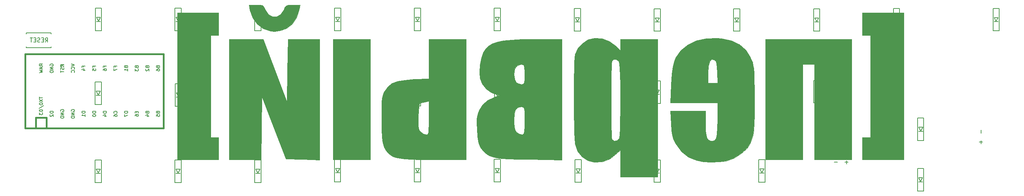
<source format=gbo>
G04 #@! TF.GenerationSoftware,KiCad,Pcbnew,(5.1.5-0-10_14)*
G04 #@! TF.CreationDate,2019-12-29T16:50:38+09:00*
G04 #@! TF.ProjectId,First_keyboard30,46697273-745f-46b6-9579-626f61726433,rev?*
G04 #@! TF.SameCoordinates,Original*
G04 #@! TF.FileFunction,Legend,Bot*
G04 #@! TF.FilePolarity,Positive*
%FSLAX46Y46*%
G04 Gerber Fmt 4.6, Leading zero omitted, Abs format (unit mm)*
G04 Created by KiCad (PCBNEW (5.1.5-0-10_14)) date 2019-12-29 16:50:38*
%MOMM*%
%LPD*%
G04 APERTURE LIST*
%ADD10C,0.010000*%
%ADD11C,0.150000*%
%ADD12C,0.381000*%
G04 APERTURE END LIST*
D10*
G36*
X83276087Y-90653125D02*
G01*
X83907178Y-92577939D01*
X84981769Y-94105990D01*
X86434205Y-95179708D01*
X88198833Y-95741523D01*
X89160000Y-95812500D01*
X90668515Y-95600087D01*
X92029601Y-95098125D01*
X93420530Y-94050499D01*
X94445830Y-92530985D01*
X95043914Y-90653125D01*
X95263170Y-89462500D01*
X93560960Y-89465729D01*
X92567717Y-89490198D01*
X92000964Y-89637140D01*
X91652211Y-90024115D01*
X91332428Y-90722325D01*
X90625122Y-91764220D01*
X89692443Y-92292169D01*
X88681959Y-92306174D01*
X87741238Y-91806233D01*
X87017848Y-90792348D01*
X86987573Y-90722325D01*
X86652700Y-89997913D01*
X86298154Y-89625365D01*
X85715446Y-89487119D01*
X84759041Y-89465729D01*
X83056831Y-89462499D01*
X83276087Y-90653125D01*
G37*
X83276087Y-90653125D02*
X83907178Y-92577939D01*
X84981769Y-94105990D01*
X86434205Y-95179708D01*
X88198833Y-95741523D01*
X89160000Y-95812500D01*
X90668515Y-95600087D01*
X92029601Y-95098125D01*
X93420530Y-94050499D01*
X94445830Y-92530985D01*
X95043914Y-90653125D01*
X95263170Y-89462500D01*
X93560960Y-89465729D01*
X92567717Y-89490198D01*
X92000964Y-89637140D01*
X91652211Y-90024115D01*
X91332428Y-90722325D01*
X90625122Y-91764220D01*
X89692443Y-92292169D01*
X88681959Y-92306174D01*
X87741238Y-91806233D01*
X87017848Y-90792348D01*
X86987573Y-90722325D01*
X86652700Y-89997913D01*
X86298154Y-89625365D01*
X85715446Y-89487119D01*
X84759041Y-89465729D01*
X83056831Y-89462499D01*
X83276087Y-90653125D01*
G36*
X65982500Y-126610000D02*
G01*
X75825000Y-126610000D01*
X75825000Y-121212500D01*
X73920000Y-121212500D01*
X73920000Y-96765000D01*
X75825000Y-96765000D01*
X75825000Y-91367500D01*
X65982500Y-91367500D01*
X65982500Y-126610000D01*
G37*
X65982500Y-126610000D02*
X75825000Y-126610000D01*
X75825000Y-121212500D01*
X73920000Y-121212500D01*
X73920000Y-96765000D01*
X75825000Y-96765000D01*
X75825000Y-91367500D01*
X65982500Y-91367500D01*
X65982500Y-126610000D01*
G36*
X92261372Y-105258125D02*
G01*
X92176250Y-112798750D01*
X86461250Y-97718336D01*
X78365000Y-97717500D01*
X78365000Y-126610000D01*
X85973711Y-126610000D01*
X86058731Y-119008429D01*
X86143750Y-111406858D01*
X89031067Y-118929054D01*
X91918383Y-126451250D01*
X95936692Y-126540110D01*
X99955000Y-126628971D01*
X99955000Y-97717500D01*
X92346493Y-97717500D01*
X92261372Y-105258125D01*
G37*
X92261372Y-105258125D02*
X92176250Y-112798750D01*
X86461250Y-97718336D01*
X78365000Y-97717500D01*
X78365000Y-126610000D01*
X85973711Y-126610000D01*
X86058731Y-119008429D01*
X86143750Y-111406858D01*
X89031067Y-118929054D01*
X91918383Y-126451250D01*
X95936692Y-126540110D01*
X99955000Y-126628971D01*
X99955000Y-97717500D01*
X92346493Y-97717500D01*
X92261372Y-105258125D01*
G36*
X103130000Y-126610000D02*
G01*
X112020000Y-126610000D01*
X112020000Y-97717500D01*
X103130000Y-97717500D01*
X103130000Y-126610000D01*
G37*
X103130000Y-126610000D02*
X112020000Y-126610000D01*
X112020000Y-97717500D01*
X103130000Y-97717500D01*
X103130000Y-126610000D01*
G36*
X125990000Y-107152574D02*
G01*
X122556540Y-107315314D01*
X120284497Y-107493958D01*
X118543413Y-107811866D01*
X117237322Y-108307370D01*
X116270256Y-109018804D01*
X115546246Y-109984500D01*
X115453221Y-110152632D01*
X115182771Y-110699790D01*
X114988119Y-111246362D01*
X114856904Y-111906343D01*
X114776767Y-112793726D01*
X114735346Y-114022504D01*
X114720282Y-115706671D01*
X114718750Y-116926250D01*
X114743824Y-119300833D01*
X114835075Y-121138305D01*
X115016555Y-122535153D01*
X115312311Y-123587867D01*
X115746392Y-124392934D01*
X116342848Y-125046845D01*
X116842279Y-125446246D01*
X117398092Y-125780202D01*
X118098286Y-126043880D01*
X119018677Y-126245188D01*
X120235080Y-126392037D01*
X121823311Y-126492336D01*
X123859186Y-126553995D01*
X126418522Y-126584924D01*
X127815625Y-126591073D01*
X134880000Y-126610000D01*
X134880000Y-116569062D01*
X125990000Y-116569062D01*
X125984321Y-118225665D01*
X125956440Y-119349951D01*
X125890096Y-120044572D01*
X125769028Y-120412184D01*
X125576972Y-120555439D01*
X125355000Y-120577500D01*
X124672794Y-120362176D01*
X124055362Y-119912861D01*
X123741840Y-119535756D01*
X123554767Y-119073497D01*
X123471219Y-118376497D01*
X123468270Y-117295170D01*
X123499737Y-116287517D01*
X123565586Y-114978312D01*
X123651754Y-113923437D01*
X123744285Y-113273622D01*
X123790652Y-113145463D01*
X124201869Y-112962509D01*
X124946241Y-112769463D01*
X124981277Y-112762369D01*
X125990000Y-112560625D01*
X125990000Y-116569062D01*
X134880000Y-116569062D01*
X134880000Y-97717500D01*
X125990000Y-97717500D01*
X125990000Y-107152574D01*
G37*
X125990000Y-107152574D02*
X122556540Y-107315314D01*
X120284497Y-107493958D01*
X118543413Y-107811866D01*
X117237322Y-108307370D01*
X116270256Y-109018804D01*
X115546246Y-109984500D01*
X115453221Y-110152632D01*
X115182771Y-110699790D01*
X114988119Y-111246362D01*
X114856904Y-111906343D01*
X114776767Y-112793726D01*
X114735346Y-114022504D01*
X114720282Y-115706671D01*
X114718750Y-116926250D01*
X114743824Y-119300833D01*
X114835075Y-121138305D01*
X115016555Y-122535153D01*
X115312311Y-123587867D01*
X115746392Y-124392934D01*
X116342848Y-125046845D01*
X116842279Y-125446246D01*
X117398092Y-125780202D01*
X118098286Y-126043880D01*
X119018677Y-126245188D01*
X120235080Y-126392037D01*
X121823311Y-126492336D01*
X123859186Y-126553995D01*
X126418522Y-126584924D01*
X127815625Y-126591073D01*
X134880000Y-126610000D01*
X134880000Y-116569062D01*
X125990000Y-116569062D01*
X125984321Y-118225665D01*
X125956440Y-119349951D01*
X125890096Y-120044572D01*
X125769028Y-120412184D01*
X125576972Y-120555439D01*
X125355000Y-120577500D01*
X124672794Y-120362176D01*
X124055362Y-119912861D01*
X123741840Y-119535756D01*
X123554767Y-119073497D01*
X123471219Y-118376497D01*
X123468270Y-117295170D01*
X123499737Y-116287517D01*
X123565586Y-114978312D01*
X123651754Y-113923437D01*
X123744285Y-113273622D01*
X123790652Y-113145463D01*
X124201869Y-112962509D01*
X124946241Y-112769463D01*
X124981277Y-112762369D01*
X125990000Y-112560625D01*
X125990000Y-116569062D01*
X134880000Y-116569062D01*
X134880000Y-97717500D01*
X125990000Y-97717500D01*
X125990000Y-107152574D01*
G36*
X148262918Y-97749369D02*
G01*
X145790903Y-97857068D01*
X143812560Y-98058729D01*
X142258539Y-98372485D01*
X141059490Y-98816470D01*
X140146063Y-99408817D01*
X139448907Y-100167659D01*
X138984751Y-100937092D01*
X138510866Y-102261319D01*
X138196335Y-103921002D01*
X138078635Y-105628405D01*
X138187721Y-107056665D01*
X138721106Y-108394977D01*
X139699766Y-109616465D01*
X140939688Y-110519343D01*
X141587128Y-110784384D01*
X142837863Y-111159113D01*
X141655416Y-111565619D01*
X140034034Y-112328680D01*
X138844097Y-113415002D01*
X138110626Y-114563587D01*
X137768092Y-115286365D01*
X137561533Y-115974645D01*
X137467347Y-116806304D01*
X137461930Y-117959216D01*
X137502210Y-119148750D01*
X137636940Y-121073013D01*
X137890618Y-122507320D01*
X138309086Y-123592492D01*
X138938190Y-124469351D01*
X139374209Y-124899143D01*
X139916798Y-125336369D01*
X140516865Y-125681840D01*
X141256427Y-125948131D01*
X142217502Y-126147811D01*
X143482108Y-126293455D01*
X145132261Y-126397633D01*
X147249979Y-126472919D01*
X149917279Y-126531883D01*
X150040625Y-126534155D01*
X157740000Y-126675132D01*
X157740000Y-117243750D01*
X148850000Y-117243750D01*
X148842039Y-118730979D01*
X148803897Y-119695537D01*
X148714191Y-120249690D01*
X148551537Y-120505705D01*
X148294550Y-120575849D01*
X148215000Y-120577500D01*
X147523824Y-120362012D01*
X146945000Y-119942500D01*
X146588557Y-119454131D01*
X146392322Y-118769045D01*
X146315995Y-117707329D01*
X146310000Y-117107678D01*
X146396953Y-115589974D01*
X146687890Y-114605511D01*
X147227935Y-114072721D01*
X148062209Y-113910040D01*
X148078929Y-113910000D01*
X148422014Y-113930352D01*
X148644397Y-114066833D01*
X148772244Y-114432581D01*
X148831723Y-115140731D01*
X148849003Y-116304421D01*
X148850000Y-117243750D01*
X157740000Y-117243750D01*
X157740000Y-106131250D01*
X148850000Y-106131250D01*
X148839499Y-107342761D01*
X148779140Y-108052965D01*
X148625645Y-108395518D01*
X148335734Y-108504078D01*
X148078929Y-108512500D01*
X147262029Y-108312233D01*
X146808929Y-108013571D01*
X146456866Y-107310125D01*
X146310877Y-106227267D01*
X146310000Y-106131250D01*
X146502157Y-104834853D01*
X147073478Y-104037902D01*
X148016242Y-103750792D01*
X148078929Y-103750000D01*
X148471228Y-103782432D01*
X148701199Y-103968834D01*
X148812121Y-104442863D01*
X148847274Y-105338177D01*
X148850000Y-106131250D01*
X157740000Y-106131250D01*
X157740000Y-97717500D01*
X151297957Y-97717500D01*
X148262918Y-97749369D01*
G37*
X148262918Y-97749369D02*
X145790903Y-97857068D01*
X143812560Y-98058729D01*
X142258539Y-98372485D01*
X141059490Y-98816470D01*
X140146063Y-99408817D01*
X139448907Y-100167659D01*
X138984751Y-100937092D01*
X138510866Y-102261319D01*
X138196335Y-103921002D01*
X138078635Y-105628405D01*
X138187721Y-107056665D01*
X138721106Y-108394977D01*
X139699766Y-109616465D01*
X140939688Y-110519343D01*
X141587128Y-110784384D01*
X142837863Y-111159113D01*
X141655416Y-111565619D01*
X140034034Y-112328680D01*
X138844097Y-113415002D01*
X138110626Y-114563587D01*
X137768092Y-115286365D01*
X137561533Y-115974645D01*
X137467347Y-116806304D01*
X137461930Y-117959216D01*
X137502210Y-119148750D01*
X137636940Y-121073013D01*
X137890618Y-122507320D01*
X138309086Y-123592492D01*
X138938190Y-124469351D01*
X139374209Y-124899143D01*
X139916798Y-125336369D01*
X140516865Y-125681840D01*
X141256427Y-125948131D01*
X142217502Y-126147811D01*
X143482108Y-126293455D01*
X145132261Y-126397633D01*
X147249979Y-126472919D01*
X149917279Y-126531883D01*
X150040625Y-126534155D01*
X157740000Y-126675132D01*
X157740000Y-117243750D01*
X148850000Y-117243750D01*
X148842039Y-118730979D01*
X148803897Y-119695537D01*
X148714191Y-120249690D01*
X148551537Y-120505705D01*
X148294550Y-120575849D01*
X148215000Y-120577500D01*
X147523824Y-120362012D01*
X146945000Y-119942500D01*
X146588557Y-119454131D01*
X146392322Y-118769045D01*
X146315995Y-117707329D01*
X146310000Y-117107678D01*
X146396953Y-115589974D01*
X146687890Y-114605511D01*
X147227935Y-114072721D01*
X148062209Y-113910040D01*
X148078929Y-113910000D01*
X148422014Y-113930352D01*
X148644397Y-114066833D01*
X148772244Y-114432581D01*
X148831723Y-115140731D01*
X148849003Y-116304421D01*
X148850000Y-117243750D01*
X157740000Y-117243750D01*
X157740000Y-106131250D01*
X148850000Y-106131250D01*
X148839499Y-107342761D01*
X148779140Y-108052965D01*
X148625645Y-108395518D01*
X148335734Y-108504078D01*
X148078929Y-108512500D01*
X147262029Y-108312233D01*
X146808929Y-108013571D01*
X146456866Y-107310125D01*
X146310877Y-106227267D01*
X146310000Y-106131250D01*
X146502157Y-104834853D01*
X147073478Y-104037902D01*
X148016242Y-103750792D01*
X148078929Y-103750000D01*
X148471228Y-103782432D01*
X148701199Y-103968834D01*
X148812121Y-104442863D01*
X148847274Y-105338177D01*
X148850000Y-106131250D01*
X157740000Y-106131250D01*
X157740000Y-97717500D01*
X151297957Y-97717500D01*
X148262918Y-97749369D01*
G36*
X206317500Y-126610000D02*
G01*
X215207500Y-126610000D01*
X215207500Y-103750000D01*
X218065000Y-103750000D01*
X218065000Y-126610000D01*
X226955000Y-126610000D01*
X226955000Y-97717500D01*
X206317500Y-97717500D01*
X206317500Y-126610000D01*
G37*
X206317500Y-126610000D02*
X215207500Y-126610000D01*
X215207500Y-103750000D01*
X218065000Y-103750000D01*
X218065000Y-126610000D01*
X226955000Y-126610000D01*
X226955000Y-97717500D01*
X206317500Y-97717500D01*
X206317500Y-126610000D01*
G36*
X229495000Y-96765000D02*
G01*
X231400000Y-96765000D01*
X231400000Y-121212500D01*
X229495000Y-121212500D01*
X229495000Y-126610000D01*
X239337500Y-126610000D01*
X239337500Y-91367500D01*
X229495000Y-91367500D01*
X229495000Y-96765000D01*
G37*
X229495000Y-96765000D02*
X231400000Y-96765000D01*
X231400000Y-121212500D01*
X229495000Y-121212500D01*
X229495000Y-126610000D01*
X239337500Y-126610000D01*
X239337500Y-91367500D01*
X229495000Y-91367500D01*
X229495000Y-96765000D01*
G36*
X192238668Y-97543243D02*
G01*
X189871096Y-98077090D01*
X187819896Y-99045010D01*
X186155138Y-100409509D01*
X184946894Y-102133097D01*
X184585425Y-102974548D01*
X184259207Y-104276626D01*
X184020958Y-106128280D01*
X183865766Y-108568544D01*
X183858351Y-108750625D01*
X183692165Y-112957500D01*
X194887500Y-112957500D01*
X194887500Y-117024316D01*
X194860713Y-119017978D01*
X194764258Y-120451508D01*
X194573992Y-121398138D01*
X194265773Y-121931102D01*
X193815461Y-122123631D01*
X193228589Y-122056541D01*
X192732348Y-121847295D01*
X192393262Y-121443007D01*
X192183003Y-120738932D01*
X192073242Y-119630324D01*
X192035654Y-118012437D01*
X192034336Y-117640625D01*
X192030000Y-114862500D01*
X183690103Y-114862500D01*
X183840224Y-117980061D01*
X183940530Y-119545922D01*
X184093553Y-120680096D01*
X184344625Y-121585857D01*
X184739077Y-122466475D01*
X184914548Y-122797454D01*
X186246952Y-124617310D01*
X188008187Y-125969935D01*
X189917085Y-126771879D01*
X191503330Y-127076606D01*
X193408306Y-127197530D01*
X195341447Y-127129688D01*
X196916019Y-126891396D01*
X198818081Y-126217625D01*
X200537150Y-125185057D01*
X201878523Y-123918762D01*
X202179152Y-123510523D01*
X202672747Y-122680026D01*
X203058490Y-121795581D01*
X203347180Y-120771639D01*
X203549617Y-119522647D01*
X203676601Y-117963054D01*
X203738933Y-116007310D01*
X203747412Y-113569862D01*
X203723550Y-111276585D01*
X203687713Y-108919940D01*
X203672386Y-108195000D01*
X194913181Y-108195000D01*
X192665000Y-108195000D01*
X192665000Y-105874433D01*
X192757385Y-104193250D01*
X193030283Y-103083980D01*
X193477309Y-102560346D01*
X194092081Y-102636075D01*
X194154530Y-102672214D01*
X194456252Y-102977015D01*
X194649156Y-103534435D01*
X194764205Y-104480924D01*
X194820966Y-105609089D01*
X194913181Y-108195000D01*
X203672386Y-108195000D01*
X203649297Y-107102968D01*
X203598516Y-105730382D01*
X203525584Y-104706897D01*
X203420714Y-103937226D01*
X203274119Y-103326083D01*
X203076013Y-102778180D01*
X202816610Y-102198234D01*
X202783982Y-102128538D01*
X201661170Y-100345162D01*
X200154713Y-99007295D01*
X198224417Y-98091384D01*
X195830089Y-97573877D01*
X194852541Y-97480962D01*
X192238668Y-97543243D01*
G37*
X192238668Y-97543243D02*
X189871096Y-98077090D01*
X187819896Y-99045010D01*
X186155138Y-100409509D01*
X184946894Y-102133097D01*
X184585425Y-102974548D01*
X184259207Y-104276626D01*
X184020958Y-106128280D01*
X183865766Y-108568544D01*
X183858351Y-108750625D01*
X183692165Y-112957500D01*
X194887500Y-112957500D01*
X194887500Y-117024316D01*
X194860713Y-119017978D01*
X194764258Y-120451508D01*
X194573992Y-121398138D01*
X194265773Y-121931102D01*
X193815461Y-122123631D01*
X193228589Y-122056541D01*
X192732348Y-121847295D01*
X192393262Y-121443007D01*
X192183003Y-120738932D01*
X192073242Y-119630324D01*
X192035654Y-118012437D01*
X192034336Y-117640625D01*
X192030000Y-114862500D01*
X183690103Y-114862500D01*
X183840224Y-117980061D01*
X183940530Y-119545922D01*
X184093553Y-120680096D01*
X184344625Y-121585857D01*
X184739077Y-122466475D01*
X184914548Y-122797454D01*
X186246952Y-124617310D01*
X188008187Y-125969935D01*
X189917085Y-126771879D01*
X191503330Y-127076606D01*
X193408306Y-127197530D01*
X195341447Y-127129688D01*
X196916019Y-126891396D01*
X198818081Y-126217625D01*
X200537150Y-125185057D01*
X201878523Y-123918762D01*
X202179152Y-123510523D01*
X202672747Y-122680026D01*
X203058490Y-121795581D01*
X203347180Y-120771639D01*
X203549617Y-119522647D01*
X203676601Y-117963054D01*
X203738933Y-116007310D01*
X203747412Y-113569862D01*
X203723550Y-111276585D01*
X203687713Y-108919940D01*
X203672386Y-108195000D01*
X194913181Y-108195000D01*
X192665000Y-108195000D01*
X192665000Y-105874433D01*
X192757385Y-104193250D01*
X193030283Y-103083980D01*
X193477309Y-102560346D01*
X194092081Y-102636075D01*
X194154530Y-102672214D01*
X194456252Y-102977015D01*
X194649156Y-103534435D01*
X194764205Y-104480924D01*
X194820966Y-105609089D01*
X194913181Y-108195000D01*
X203672386Y-108195000D01*
X203649297Y-107102968D01*
X203598516Y-105730382D01*
X203525584Y-104706897D01*
X203420714Y-103937226D01*
X203274119Y-103326083D01*
X203076013Y-102778180D01*
X202816610Y-102198234D01*
X202783982Y-102128538D01*
X201661170Y-100345162D01*
X200154713Y-99007295D01*
X198224417Y-98091384D01*
X195830089Y-97573877D01*
X194852541Y-97480962D01*
X192238668Y-97543243D01*
G36*
X164000428Y-97837146D02*
G01*
X162652818Y-98697878D01*
X161565887Y-99928431D01*
X160919602Y-101321449D01*
X160897133Y-101412678D01*
X160817373Y-102086707D01*
X160751409Y-103294517D01*
X160699263Y-104935042D01*
X160660957Y-106907213D01*
X160636513Y-109109962D01*
X160625953Y-111442220D01*
X160629299Y-113802920D01*
X160646573Y-116090993D01*
X160677798Y-118205371D01*
X160722995Y-120044987D01*
X160782186Y-121508770D01*
X160855394Y-122495655D01*
X160892476Y-122754966D01*
X161514396Y-124512818D01*
X162586350Y-125884993D01*
X164034371Y-126799946D01*
X165444831Y-127158210D01*
X167378443Y-127080342D01*
X169171948Y-126388675D01*
X170481500Y-125423485D01*
X171710000Y-124313609D01*
X171710000Y-130737500D01*
X180600000Y-130737500D01*
X180600000Y-112322500D01*
X171710000Y-112322500D01*
X171697619Y-115067649D01*
X171661642Y-117396699D01*
X171603822Y-119260454D01*
X171525911Y-120609718D01*
X171429661Y-121395295D01*
X171381330Y-121550872D01*
X170865439Y-122045333D01*
X170232400Y-122129304D01*
X169739819Y-121785837D01*
X169680219Y-121662782D01*
X169629873Y-121223712D01*
X169584434Y-120236431D01*
X169545693Y-118787722D01*
X169515439Y-116964366D01*
X169495464Y-114853146D01*
X169487559Y-112540842D01*
X169487500Y-112322500D01*
X169494214Y-109996146D01*
X169513160Y-107862945D01*
X169542548Y-106009677D01*
X169580589Y-104523124D01*
X169625490Y-103490068D01*
X169675462Y-102997291D01*
X169680219Y-102982217D01*
X170113020Y-102550167D01*
X170738422Y-102548984D01*
X171298820Y-102961722D01*
X171381330Y-103094127D01*
X171485186Y-103612699D01*
X171571485Y-104716879D01*
X171638473Y-106357471D01*
X171684399Y-108485277D01*
X171707510Y-111051103D01*
X171710000Y-112322500D01*
X180600000Y-112322500D01*
X180600000Y-97717500D01*
X171710000Y-97717500D01*
X171710000Y-100382065D01*
X170678125Y-99383374D01*
X169078611Y-98204145D01*
X167319902Y-97548750D01*
X165523799Y-97445392D01*
X164000428Y-97837146D01*
G37*
X164000428Y-97837146D02*
X162652818Y-98697878D01*
X161565887Y-99928431D01*
X160919602Y-101321449D01*
X160897133Y-101412678D01*
X160817373Y-102086707D01*
X160751409Y-103294517D01*
X160699263Y-104935042D01*
X160660957Y-106907213D01*
X160636513Y-109109962D01*
X160625953Y-111442220D01*
X160629299Y-113802920D01*
X160646573Y-116090993D01*
X160677798Y-118205371D01*
X160722995Y-120044987D01*
X160782186Y-121508770D01*
X160855394Y-122495655D01*
X160892476Y-122754966D01*
X161514396Y-124512818D01*
X162586350Y-125884993D01*
X164034371Y-126799946D01*
X165444831Y-127158210D01*
X167378443Y-127080342D01*
X169171948Y-126388675D01*
X170481500Y-125423485D01*
X171710000Y-124313609D01*
X171710000Y-130737500D01*
X180600000Y-130737500D01*
X180600000Y-112322500D01*
X171710000Y-112322500D01*
X171697619Y-115067649D01*
X171661642Y-117396699D01*
X171603822Y-119260454D01*
X171525911Y-120609718D01*
X171429661Y-121395295D01*
X171381330Y-121550872D01*
X170865439Y-122045333D01*
X170232400Y-122129304D01*
X169739819Y-121785837D01*
X169680219Y-121662782D01*
X169629873Y-121223712D01*
X169584434Y-120236431D01*
X169545693Y-118787722D01*
X169515439Y-116964366D01*
X169495464Y-114853146D01*
X169487559Y-112540842D01*
X169487500Y-112322500D01*
X169494214Y-109996146D01*
X169513160Y-107862945D01*
X169542548Y-106009677D01*
X169580589Y-104523124D01*
X169625490Y-103490068D01*
X169675462Y-102997291D01*
X169680219Y-102982217D01*
X170113020Y-102550167D01*
X170738422Y-102548984D01*
X171298820Y-102961722D01*
X171381330Y-103094127D01*
X171485186Y-103612699D01*
X171571485Y-104716879D01*
X171638473Y-106357471D01*
X171684399Y-108485277D01*
X171707510Y-111051103D01*
X171710000Y-112322500D01*
X180600000Y-112322500D01*
X180600000Y-97717500D01*
X171710000Y-97717500D01*
X171710000Y-100382065D01*
X170678125Y-99383374D01*
X169078611Y-98204145D01*
X167319902Y-97548750D01*
X165523799Y-97445392D01*
X164000428Y-97837146D01*
D11*
X123300000Y-111440000D02*
X122800000Y-110540000D01*
X122800000Y-110540000D02*
X123800000Y-110540000D01*
X123800000Y-110540000D02*
X123300000Y-111440000D01*
X122800000Y-111540000D02*
X123800000Y-111540000D01*
X122550000Y-108340000D02*
X122550000Y-113740000D01*
X122550000Y-113740000D02*
X124050000Y-113740000D01*
X124050000Y-113740000D02*
X124050000Y-108340000D01*
X124050000Y-108340000D02*
X122550000Y-108340000D01*
X180510000Y-93490000D02*
X180010000Y-92590000D01*
X180010000Y-92590000D02*
X181010000Y-92590000D01*
X181010000Y-92590000D02*
X180510000Y-93490000D01*
X180010000Y-93590000D02*
X181010000Y-93590000D01*
X179760000Y-90390000D02*
X179760000Y-95790000D01*
X179760000Y-95790000D02*
X181260000Y-95790000D01*
X181260000Y-95790000D02*
X181260000Y-90390000D01*
X181260000Y-90390000D02*
X179760000Y-90390000D01*
X47140000Y-93400000D02*
X46640000Y-92500000D01*
X46640000Y-92500000D02*
X47640000Y-92500000D01*
X47640000Y-92500000D02*
X47140000Y-93400000D01*
X46640000Y-93500000D02*
X47640000Y-93500000D01*
X46390000Y-90300000D02*
X46390000Y-95700000D01*
X46390000Y-95700000D02*
X47890000Y-95700000D01*
X47890000Y-95700000D02*
X47890000Y-90300000D01*
X47890000Y-90300000D02*
X46390000Y-90300000D01*
X66900000Y-90250000D02*
X65400000Y-90250000D01*
X66900000Y-95650000D02*
X66900000Y-90250000D01*
X65400000Y-95650000D02*
X66900000Y-95650000D01*
X65400000Y-90250000D02*
X65400000Y-95650000D01*
X65650000Y-93450000D02*
X66650000Y-93450000D01*
X66650000Y-92450000D02*
X66150000Y-93350000D01*
X65650000Y-92450000D02*
X66650000Y-92450000D01*
X66150000Y-93350000D02*
X65650000Y-92450000D01*
X85180000Y-93350000D02*
X84680000Y-92450000D01*
X84680000Y-92450000D02*
X85680000Y-92450000D01*
X85680000Y-92450000D02*
X85180000Y-93350000D01*
X84680000Y-93450000D02*
X85680000Y-93450000D01*
X84430000Y-90250000D02*
X84430000Y-95650000D01*
X84430000Y-95650000D02*
X85930000Y-95650000D01*
X85930000Y-95650000D02*
X85930000Y-90250000D01*
X85930000Y-90250000D02*
X84430000Y-90250000D01*
X105020000Y-90240000D02*
X103520000Y-90240000D01*
X105020000Y-95640000D02*
X105020000Y-90240000D01*
X103520000Y-95640000D02*
X105020000Y-95640000D01*
X103520000Y-90240000D02*
X103520000Y-95640000D01*
X103770000Y-93440000D02*
X104770000Y-93440000D01*
X104770000Y-92440000D02*
X104270000Y-93340000D01*
X103770000Y-92440000D02*
X104770000Y-92440000D01*
X104270000Y-93340000D02*
X103770000Y-92440000D01*
X124030000Y-90240000D02*
X122530000Y-90240000D01*
X124030000Y-95640000D02*
X124030000Y-90240000D01*
X122530000Y-95640000D02*
X124030000Y-95640000D01*
X122530000Y-90240000D02*
X122530000Y-95640000D01*
X122780000Y-93440000D02*
X123780000Y-93440000D01*
X123780000Y-92440000D02*
X123280000Y-93340000D01*
X122780000Y-92440000D02*
X123780000Y-92440000D01*
X123280000Y-93340000D02*
X122780000Y-92440000D01*
X142350000Y-93350000D02*
X141850000Y-92450000D01*
X141850000Y-92450000D02*
X142850000Y-92450000D01*
X142850000Y-92450000D02*
X142350000Y-93350000D01*
X141850000Y-93450000D02*
X142850000Y-93450000D01*
X141600000Y-90250000D02*
X141600000Y-95650000D01*
X141600000Y-95650000D02*
X143100000Y-95650000D01*
X143100000Y-95650000D02*
X143100000Y-90250000D01*
X143100000Y-90250000D02*
X141600000Y-90250000D01*
X161460000Y-93480000D02*
X160960000Y-92580000D01*
X160960000Y-92580000D02*
X161960000Y-92580000D01*
X161960000Y-92580000D02*
X161460000Y-93480000D01*
X160960000Y-93580000D02*
X161960000Y-93580000D01*
X160710000Y-90380000D02*
X160710000Y-95780000D01*
X160710000Y-95780000D02*
X162210000Y-95780000D01*
X162210000Y-95780000D02*
X162210000Y-90380000D01*
X162210000Y-90380000D02*
X160710000Y-90380000D01*
X200270000Y-90390000D02*
X198770000Y-90390000D01*
X200270000Y-95790000D02*
X200270000Y-90390000D01*
X198770000Y-95790000D02*
X200270000Y-95790000D01*
X198770000Y-90390000D02*
X198770000Y-95790000D01*
X199020000Y-93590000D02*
X200020000Y-93590000D01*
X200020000Y-92590000D02*
X199520000Y-93490000D01*
X199020000Y-92590000D02*
X200020000Y-92590000D01*
X199520000Y-93490000D02*
X199020000Y-92590000D01*
X218590000Y-93490000D02*
X218090000Y-92590000D01*
X218090000Y-92590000D02*
X219090000Y-92590000D01*
X219090000Y-92590000D02*
X218590000Y-93490000D01*
X218090000Y-93590000D02*
X219090000Y-93590000D01*
X217840000Y-90390000D02*
X217840000Y-95790000D01*
X217840000Y-95790000D02*
X219340000Y-95790000D01*
X219340000Y-95790000D02*
X219340000Y-90390000D01*
X219340000Y-90390000D02*
X217840000Y-90390000D01*
X238390000Y-90360000D02*
X236890000Y-90360000D01*
X238390000Y-95760000D02*
X238390000Y-90360000D01*
X236890000Y-95760000D02*
X238390000Y-95760000D01*
X236890000Y-90360000D02*
X236890000Y-95760000D01*
X237140000Y-93560000D02*
X238140000Y-93560000D01*
X238140000Y-92560000D02*
X237640000Y-93460000D01*
X237140000Y-92560000D02*
X238140000Y-92560000D01*
X237640000Y-93460000D02*
X237140000Y-92560000D01*
X261420000Y-93410000D02*
X260920000Y-92510000D01*
X260920000Y-92510000D02*
X261920000Y-92510000D01*
X261920000Y-92510000D02*
X261420000Y-93410000D01*
X260920000Y-93510000D02*
X261920000Y-93510000D01*
X260670000Y-90310000D02*
X260670000Y-95710000D01*
X260670000Y-95710000D02*
X262170000Y-95710000D01*
X262170000Y-95710000D02*
X262170000Y-90310000D01*
X262170000Y-90310000D02*
X260670000Y-90310000D01*
X47870000Y-107950000D02*
X46370000Y-107950000D01*
X47870000Y-113350000D02*
X47870000Y-107950000D01*
X46370000Y-113350000D02*
X47870000Y-113350000D01*
X46370000Y-107950000D02*
X46370000Y-113350000D01*
X46620000Y-111150000D02*
X47620000Y-111150000D01*
X47620000Y-110150000D02*
X47120000Y-111050000D01*
X46620000Y-110150000D02*
X47620000Y-110150000D01*
X47120000Y-111050000D02*
X46620000Y-110150000D01*
X66990000Y-108360000D02*
X65490000Y-108360000D01*
X66990000Y-113760000D02*
X66990000Y-108360000D01*
X65490000Y-113760000D02*
X66990000Y-113760000D01*
X65490000Y-108360000D02*
X65490000Y-113760000D01*
X65740000Y-111560000D02*
X66740000Y-111560000D01*
X66740000Y-110560000D02*
X66240000Y-111460000D01*
X65740000Y-110560000D02*
X66740000Y-110560000D01*
X66240000Y-111460000D02*
X65740000Y-110560000D01*
X85230000Y-111410000D02*
X84730000Y-110510000D01*
X84730000Y-110510000D02*
X85730000Y-110510000D01*
X85730000Y-110510000D02*
X85230000Y-111410000D01*
X84730000Y-111510000D02*
X85730000Y-111510000D01*
X84480000Y-108310000D02*
X84480000Y-113710000D01*
X84480000Y-113710000D02*
X85980000Y-113710000D01*
X85980000Y-113710000D02*
X85980000Y-108310000D01*
X85980000Y-108310000D02*
X84480000Y-108310000D01*
X104950000Y-108310000D02*
X103450000Y-108310000D01*
X104950000Y-113710000D02*
X104950000Y-108310000D01*
X103450000Y-113710000D02*
X104950000Y-113710000D01*
X103450000Y-108310000D02*
X103450000Y-113710000D01*
X103700000Y-111510000D02*
X104700000Y-111510000D01*
X104700000Y-110510000D02*
X104200000Y-111410000D01*
X103700000Y-110510000D02*
X104700000Y-110510000D01*
X104200000Y-111410000D02*
X103700000Y-110510000D01*
X143190000Y-108300000D02*
X141690000Y-108300000D01*
X143190000Y-113700000D02*
X143190000Y-108300000D01*
X141690000Y-113700000D02*
X143190000Y-113700000D01*
X141690000Y-108300000D02*
X141690000Y-113700000D01*
X141940000Y-111500000D02*
X142940000Y-111500000D01*
X142940000Y-110500000D02*
X142440000Y-111400000D01*
X141940000Y-110500000D02*
X142940000Y-110500000D01*
X142440000Y-111400000D02*
X141940000Y-110500000D01*
X161480000Y-110740000D02*
X160980000Y-109840000D01*
X160980000Y-109840000D02*
X161980000Y-109840000D01*
X161980000Y-109840000D02*
X161480000Y-110740000D01*
X160980000Y-110840000D02*
X161980000Y-110840000D01*
X160730000Y-107640000D02*
X160730000Y-113040000D01*
X160730000Y-113040000D02*
X162230000Y-113040000D01*
X162230000Y-113040000D02*
X162230000Y-107640000D01*
X162230000Y-107640000D02*
X160730000Y-107640000D01*
X181260000Y-107740000D02*
X179760000Y-107740000D01*
X181260000Y-113140000D02*
X181260000Y-107740000D01*
X179760000Y-113140000D02*
X181260000Y-113140000D01*
X179760000Y-107740000D02*
X179760000Y-113140000D01*
X180010000Y-110940000D02*
X181010000Y-110940000D01*
X181010000Y-109940000D02*
X180510000Y-110840000D01*
X180010000Y-109940000D02*
X181010000Y-109940000D01*
X180510000Y-110840000D02*
X180010000Y-109940000D01*
X199520000Y-110820000D02*
X199020000Y-109920000D01*
X199020000Y-109920000D02*
X200020000Y-109920000D01*
X200020000Y-109920000D02*
X199520000Y-110820000D01*
X199020000Y-110920000D02*
X200020000Y-110920000D01*
X198770000Y-107720000D02*
X198770000Y-113120000D01*
X198770000Y-113120000D02*
X200270000Y-113120000D01*
X200270000Y-113120000D02*
X200270000Y-107720000D01*
X200270000Y-107720000D02*
X198770000Y-107720000D01*
X219340000Y-107580000D02*
X217840000Y-107580000D01*
X219340000Y-112980000D02*
X219340000Y-107580000D01*
X217840000Y-112980000D02*
X219340000Y-112980000D01*
X217840000Y-107580000D02*
X217840000Y-112980000D01*
X218090000Y-110780000D02*
X219090000Y-110780000D01*
X219090000Y-109780000D02*
X218590000Y-110680000D01*
X218090000Y-109780000D02*
X219090000Y-109780000D01*
X218590000Y-110680000D02*
X218090000Y-109780000D01*
X237510000Y-110700000D02*
X237010000Y-109800000D01*
X237010000Y-109800000D02*
X238010000Y-109800000D01*
X238010000Y-109800000D02*
X237510000Y-110700000D01*
X237010000Y-110800000D02*
X238010000Y-110800000D01*
X236760000Y-107600000D02*
X236760000Y-113000000D01*
X236760000Y-113000000D02*
X238260000Y-113000000D01*
X238260000Y-113000000D02*
X238260000Y-107600000D01*
X238260000Y-107600000D02*
X236760000Y-107600000D01*
X47860000Y-126650000D02*
X46360000Y-126650000D01*
X47860000Y-132050000D02*
X47860000Y-126650000D01*
X46360000Y-132050000D02*
X47860000Y-132050000D01*
X46360000Y-126650000D02*
X46360000Y-132050000D01*
X46610000Y-129850000D02*
X47610000Y-129850000D01*
X47610000Y-128850000D02*
X47110000Y-129750000D01*
X46610000Y-128850000D02*
X47610000Y-128850000D01*
X47110000Y-129750000D02*
X46610000Y-128850000D01*
X66160000Y-129760000D02*
X65660000Y-128860000D01*
X65660000Y-128860000D02*
X66660000Y-128860000D01*
X66660000Y-128860000D02*
X66160000Y-129760000D01*
X65660000Y-129860000D02*
X66660000Y-129860000D01*
X65410000Y-126660000D02*
X65410000Y-132060000D01*
X65410000Y-132060000D02*
X66910000Y-132060000D01*
X66910000Y-132060000D02*
X66910000Y-126660000D01*
X66910000Y-126660000D02*
X65410000Y-126660000D01*
X85170000Y-129780000D02*
X84670000Y-128880000D01*
X84670000Y-128880000D02*
X85670000Y-128880000D01*
X85670000Y-128880000D02*
X85170000Y-129780000D01*
X84670000Y-129880000D02*
X85670000Y-129880000D01*
X84420000Y-126680000D02*
X84420000Y-132080000D01*
X84420000Y-132080000D02*
X85920000Y-132080000D01*
X85920000Y-132080000D02*
X85920000Y-126680000D01*
X85920000Y-126680000D02*
X84420000Y-126680000D01*
X104960000Y-126540000D02*
X103460000Y-126540000D01*
X104960000Y-131940000D02*
X104960000Y-126540000D01*
X103460000Y-131940000D02*
X104960000Y-131940000D01*
X103460000Y-126540000D02*
X103460000Y-131940000D01*
X103710000Y-129740000D02*
X104710000Y-129740000D01*
X104710000Y-128740000D02*
X104210000Y-129640000D01*
X103710000Y-128740000D02*
X104710000Y-128740000D01*
X104210000Y-129640000D02*
X103710000Y-128740000D01*
X123310000Y-129630000D02*
X122810000Y-128730000D01*
X122810000Y-128730000D02*
X123810000Y-128730000D01*
X123810000Y-128730000D02*
X123310000Y-129630000D01*
X122810000Y-129730000D02*
X123810000Y-129730000D01*
X122560000Y-126530000D02*
X122560000Y-131930000D01*
X122560000Y-131930000D02*
X124060000Y-131930000D01*
X124060000Y-131930000D02*
X124060000Y-126530000D01*
X124060000Y-126530000D02*
X122560000Y-126530000D01*
X143080000Y-126540000D02*
X141580000Y-126540000D01*
X143080000Y-131940000D02*
X143080000Y-126540000D01*
X141580000Y-131940000D02*
X143080000Y-131940000D01*
X141580000Y-126540000D02*
X141580000Y-131940000D01*
X141830000Y-129740000D02*
X142830000Y-129740000D01*
X142830000Y-128740000D02*
X142330000Y-129640000D01*
X141830000Y-128740000D02*
X142830000Y-128740000D01*
X142330000Y-129640000D02*
X141830000Y-128740000D01*
X243390000Y-131810000D02*
X242890000Y-130910000D01*
X242890000Y-130910000D02*
X243890000Y-130910000D01*
X243890000Y-130910000D02*
X243390000Y-131810000D01*
X242890000Y-131910000D02*
X243890000Y-131910000D01*
X242640000Y-128710000D02*
X242640000Y-134110000D01*
X242640000Y-134110000D02*
X244140000Y-134110000D01*
X244140000Y-134110000D02*
X244140000Y-128710000D01*
X244140000Y-128710000D02*
X242640000Y-128710000D01*
X162370000Y-126590000D02*
X160870000Y-126590000D01*
X162370000Y-131990000D02*
X162370000Y-126590000D01*
X160870000Y-131990000D02*
X162370000Y-131990000D01*
X160870000Y-126590000D02*
X160870000Y-131990000D01*
X161120000Y-129790000D02*
X162120000Y-129790000D01*
X162120000Y-128790000D02*
X161620000Y-129690000D01*
X161120000Y-128790000D02*
X162120000Y-128790000D01*
X161620000Y-129690000D02*
X161120000Y-128790000D01*
X181260000Y-126630000D02*
X179760000Y-126630000D01*
X181260000Y-132030000D02*
X181260000Y-126630000D01*
X179760000Y-132030000D02*
X181260000Y-132030000D01*
X179760000Y-126630000D02*
X179760000Y-132030000D01*
X180010000Y-129830000D02*
X181010000Y-129830000D01*
X181010000Y-128830000D02*
X180510000Y-129730000D01*
X180010000Y-128830000D02*
X181010000Y-128830000D01*
X180510000Y-129730000D02*
X180010000Y-128830000D01*
X205500000Y-129720000D02*
X205000000Y-128820000D01*
X205000000Y-128820000D02*
X206000000Y-128820000D01*
X206000000Y-128820000D02*
X205500000Y-129720000D01*
X205000000Y-129820000D02*
X206000000Y-129820000D01*
X204750000Y-126620000D02*
X204750000Y-132020000D01*
X204750000Y-132020000D02*
X206250000Y-132020000D01*
X206250000Y-132020000D02*
X206250000Y-126620000D01*
X206250000Y-126620000D02*
X204750000Y-126620000D01*
X244150000Y-116620000D02*
X242650000Y-116620000D01*
X244150000Y-122020000D02*
X244150000Y-116620000D01*
X242650000Y-122020000D02*
X244150000Y-122020000D01*
X242650000Y-116620000D02*
X242650000Y-122020000D01*
X242900000Y-119820000D02*
X243900000Y-119820000D01*
X243900000Y-118820000D02*
X243400000Y-119720000D01*
X242900000Y-118820000D02*
X243900000Y-118820000D01*
X243400000Y-119720000D02*
X242900000Y-118820000D01*
X35870000Y-99460000D02*
X35870000Y-99710000D01*
X35870000Y-99710000D02*
X29870000Y-99710000D01*
X29870000Y-99710000D02*
X29870000Y-99460000D01*
X29870000Y-96460000D02*
X29870000Y-96210000D01*
X29870000Y-96210000D02*
X35870000Y-96210000D01*
X35870000Y-96210000D02*
X35870000Y-96460000D01*
D12*
X34730000Y-116490000D02*
X34730000Y-119030000D01*
X32190000Y-116490000D02*
X34730000Y-116490000D01*
D11*
G36*
X38479030Y-104095365D02*
G01*
X38579030Y-104095365D01*
X38579030Y-103995365D01*
X38479030Y-103995365D01*
X38479030Y-104095365D01*
G37*
X38479030Y-104095365D02*
X38579030Y-104095365D01*
X38579030Y-103995365D01*
X38479030Y-103995365D01*
X38479030Y-104095365D01*
G36*
X38079030Y-103895365D02*
G01*
X38879030Y-103895365D01*
X38879030Y-103795365D01*
X38079030Y-103795365D01*
X38079030Y-103895365D01*
G37*
X38079030Y-103895365D02*
X38879030Y-103895365D01*
X38879030Y-103795365D01*
X38079030Y-103795365D01*
X38079030Y-103895365D01*
G36*
X38679030Y-104295365D02*
G01*
X38879030Y-104295365D01*
X38879030Y-104195365D01*
X38679030Y-104195365D01*
X38679030Y-104295365D01*
G37*
X38679030Y-104295365D02*
X38879030Y-104295365D01*
X38879030Y-104195365D01*
X38679030Y-104195365D01*
X38679030Y-104295365D01*
G36*
X38079030Y-104295365D02*
G01*
X38379030Y-104295365D01*
X38379030Y-104195365D01*
X38079030Y-104195365D01*
X38079030Y-104295365D01*
G37*
X38079030Y-104295365D02*
X38379030Y-104295365D01*
X38379030Y-104195365D01*
X38079030Y-104195365D01*
X38079030Y-104295365D01*
G36*
X38079030Y-104295365D02*
G01*
X38179030Y-104295365D01*
X38179030Y-103795365D01*
X38079030Y-103795365D01*
X38079030Y-104295365D01*
G37*
X38079030Y-104295365D02*
X38179030Y-104295365D01*
X38179030Y-103795365D01*
X38079030Y-103795365D01*
X38079030Y-104295365D01*
D12*
X62670000Y-101250000D02*
X29650000Y-101250000D01*
X62670000Y-119030000D02*
X62670000Y-101250000D01*
X29650000Y-119030000D02*
X62670000Y-119030000D01*
X29650000Y-101250000D02*
X29650000Y-119030000D01*
X32190000Y-116490000D02*
X32190000Y-119030000D01*
D11*
X34449380Y-98412380D02*
X34782714Y-97936190D01*
X35020809Y-98412380D02*
X35020809Y-97412380D01*
X34639857Y-97412380D01*
X34544619Y-97460000D01*
X34497000Y-97507619D01*
X34449380Y-97602857D01*
X34449380Y-97745714D01*
X34497000Y-97840952D01*
X34544619Y-97888571D01*
X34639857Y-97936190D01*
X35020809Y-97936190D01*
X34020809Y-97888571D02*
X33687476Y-97888571D01*
X33544619Y-98412380D02*
X34020809Y-98412380D01*
X34020809Y-97412380D01*
X33544619Y-97412380D01*
X33163666Y-98364761D02*
X33020809Y-98412380D01*
X32782714Y-98412380D01*
X32687476Y-98364761D01*
X32639857Y-98317142D01*
X32592238Y-98221904D01*
X32592238Y-98126666D01*
X32639857Y-98031428D01*
X32687476Y-97983809D01*
X32782714Y-97936190D01*
X32973190Y-97888571D01*
X33068428Y-97840952D01*
X33116047Y-97793333D01*
X33163666Y-97698095D01*
X33163666Y-97602857D01*
X33116047Y-97507619D01*
X33068428Y-97460000D01*
X32973190Y-97412380D01*
X32735095Y-97412380D01*
X32592238Y-97460000D01*
X32163666Y-97888571D02*
X31830333Y-97888571D01*
X31687476Y-98412380D02*
X32163666Y-98412380D01*
X32163666Y-97412380D01*
X31687476Y-97412380D01*
X31401761Y-97412380D02*
X30830333Y-97412380D01*
X31116047Y-98412380D02*
X31116047Y-97412380D01*
X225329047Y-127201428D02*
X226090952Y-127201428D01*
X225710000Y-127582380D02*
X225710000Y-126820476D01*
X222789047Y-127201428D02*
X223550952Y-127201428D01*
X257811428Y-120220952D02*
X257811428Y-119459047D01*
X257811428Y-122760952D02*
X257811428Y-121999047D01*
X258192380Y-122380000D02*
X257430476Y-122380000D01*
X36361904Y-115010523D02*
X35561904Y-115010523D01*
X35561904Y-115201000D01*
X35600000Y-115315285D01*
X35676190Y-115391476D01*
X35752380Y-115429571D01*
X35904761Y-115467666D01*
X36019047Y-115467666D01*
X36171428Y-115429571D01*
X36247619Y-115391476D01*
X36323809Y-115315285D01*
X36361904Y-115201000D01*
X36361904Y-115010523D01*
X35638095Y-115772428D02*
X35600000Y-115810523D01*
X35561904Y-115886714D01*
X35561904Y-116077190D01*
X35600000Y-116153380D01*
X35638095Y-116191476D01*
X35714285Y-116229571D01*
X35790476Y-116229571D01*
X35904761Y-116191476D01*
X36361904Y-115734333D01*
X36361904Y-116229571D01*
X46521904Y-115010523D02*
X45721904Y-115010523D01*
X45721904Y-115201000D01*
X45760000Y-115315285D01*
X45836190Y-115391476D01*
X45912380Y-115429571D01*
X46064761Y-115467666D01*
X46179047Y-115467666D01*
X46331428Y-115429571D01*
X46407619Y-115391476D01*
X46483809Y-115315285D01*
X46521904Y-115201000D01*
X46521904Y-115010523D01*
X45721904Y-115962904D02*
X45721904Y-116039095D01*
X45760000Y-116115285D01*
X45798095Y-116153380D01*
X45874285Y-116191476D01*
X46026666Y-116229571D01*
X46217142Y-116229571D01*
X46369523Y-116191476D01*
X46445714Y-116153380D01*
X46483809Y-116115285D01*
X46521904Y-116039095D01*
X46521904Y-115962904D01*
X46483809Y-115886714D01*
X46445714Y-115848619D01*
X46369523Y-115810523D01*
X46217142Y-115772428D01*
X46026666Y-115772428D01*
X45874285Y-115810523D01*
X45798095Y-115848619D01*
X45760000Y-115886714D01*
X45721904Y-115962904D01*
X43981904Y-115010523D02*
X43181904Y-115010523D01*
X43181904Y-115201000D01*
X43220000Y-115315285D01*
X43296190Y-115391476D01*
X43372380Y-115429571D01*
X43524761Y-115467666D01*
X43639047Y-115467666D01*
X43791428Y-115429571D01*
X43867619Y-115391476D01*
X43943809Y-115315285D01*
X43981904Y-115201000D01*
X43981904Y-115010523D01*
X43981904Y-116229571D02*
X43981904Y-115772428D01*
X43981904Y-116001000D02*
X43181904Y-116001000D01*
X43296190Y-115924809D01*
X43372380Y-115848619D01*
X43410476Y-115772428D01*
X40680000Y-114991476D02*
X40641904Y-114915285D01*
X40641904Y-114801000D01*
X40680000Y-114686714D01*
X40756190Y-114610523D01*
X40832380Y-114572428D01*
X40984761Y-114534333D01*
X41099047Y-114534333D01*
X41251428Y-114572428D01*
X41327619Y-114610523D01*
X41403809Y-114686714D01*
X41441904Y-114801000D01*
X41441904Y-114877190D01*
X41403809Y-114991476D01*
X41365714Y-115029571D01*
X41099047Y-115029571D01*
X41099047Y-114877190D01*
X41441904Y-115372428D02*
X40641904Y-115372428D01*
X41441904Y-115829571D01*
X40641904Y-115829571D01*
X41441904Y-116210523D02*
X40641904Y-116210523D01*
X40641904Y-116401000D01*
X40680000Y-116515285D01*
X40756190Y-116591476D01*
X40832380Y-116629571D01*
X40984761Y-116667666D01*
X41099047Y-116667666D01*
X41251428Y-116629571D01*
X41327619Y-116591476D01*
X41403809Y-116515285D01*
X41441904Y-116401000D01*
X41441904Y-116210523D01*
X38140000Y-114991476D02*
X38101904Y-114915285D01*
X38101904Y-114801000D01*
X38140000Y-114686714D01*
X38216190Y-114610523D01*
X38292380Y-114572428D01*
X38444761Y-114534333D01*
X38559047Y-114534333D01*
X38711428Y-114572428D01*
X38787619Y-114610523D01*
X38863809Y-114686714D01*
X38901904Y-114801000D01*
X38901904Y-114877190D01*
X38863809Y-114991476D01*
X38825714Y-115029571D01*
X38559047Y-115029571D01*
X38559047Y-114877190D01*
X38901904Y-115372428D02*
X38101904Y-115372428D01*
X38901904Y-115829571D01*
X38101904Y-115829571D01*
X38901904Y-116210523D02*
X38101904Y-116210523D01*
X38101904Y-116401000D01*
X38140000Y-116515285D01*
X38216190Y-116591476D01*
X38292380Y-116629571D01*
X38444761Y-116667666D01*
X38559047Y-116667666D01*
X38711428Y-116629571D01*
X38787619Y-116591476D01*
X38863809Y-116515285D01*
X38901904Y-116401000D01*
X38901904Y-116210523D01*
X49061904Y-115010523D02*
X48261904Y-115010523D01*
X48261904Y-115201000D01*
X48300000Y-115315285D01*
X48376190Y-115391476D01*
X48452380Y-115429571D01*
X48604761Y-115467666D01*
X48719047Y-115467666D01*
X48871428Y-115429571D01*
X48947619Y-115391476D01*
X49023809Y-115315285D01*
X49061904Y-115201000D01*
X49061904Y-115010523D01*
X48528571Y-116153380D02*
X49061904Y-116153380D01*
X48223809Y-115962904D02*
X48795238Y-115772428D01*
X48795238Y-116267666D01*
X51525714Y-115467666D02*
X51563809Y-115429571D01*
X51601904Y-115315285D01*
X51601904Y-115239095D01*
X51563809Y-115124809D01*
X51487619Y-115048619D01*
X51411428Y-115010523D01*
X51259047Y-114972428D01*
X51144761Y-114972428D01*
X50992380Y-115010523D01*
X50916190Y-115048619D01*
X50840000Y-115124809D01*
X50801904Y-115239095D01*
X50801904Y-115315285D01*
X50840000Y-115429571D01*
X50878095Y-115467666D01*
X50801904Y-116153380D02*
X50801904Y-116001000D01*
X50840000Y-115924809D01*
X50878095Y-115886714D01*
X50992380Y-115810523D01*
X51144761Y-115772428D01*
X51449523Y-115772428D01*
X51525714Y-115810523D01*
X51563809Y-115848619D01*
X51601904Y-115924809D01*
X51601904Y-116077190D01*
X51563809Y-116153380D01*
X51525714Y-116191476D01*
X51449523Y-116229571D01*
X51259047Y-116229571D01*
X51182857Y-116191476D01*
X51144761Y-116153380D01*
X51106666Y-116077190D01*
X51106666Y-115924809D01*
X51144761Y-115848619D01*
X51182857Y-115810523D01*
X51259047Y-115772428D01*
X54141904Y-115010523D02*
X53341904Y-115010523D01*
X53341904Y-115201000D01*
X53380000Y-115315285D01*
X53456190Y-115391476D01*
X53532380Y-115429571D01*
X53684761Y-115467666D01*
X53799047Y-115467666D01*
X53951428Y-115429571D01*
X54027619Y-115391476D01*
X54103809Y-115315285D01*
X54141904Y-115201000D01*
X54141904Y-115010523D01*
X53341904Y-115734333D02*
X53341904Y-116267666D01*
X54141904Y-115924809D01*
X56262857Y-115048619D02*
X56262857Y-115315285D01*
X56681904Y-115429571D02*
X56681904Y-115048619D01*
X55881904Y-115048619D01*
X55881904Y-115429571D01*
X55881904Y-116115285D02*
X55881904Y-115962904D01*
X55920000Y-115886714D01*
X55958095Y-115848619D01*
X56072380Y-115772428D01*
X56224761Y-115734333D01*
X56529523Y-115734333D01*
X56605714Y-115772428D01*
X56643809Y-115810523D01*
X56681904Y-115886714D01*
X56681904Y-116039095D01*
X56643809Y-116115285D01*
X56605714Y-116153380D01*
X56529523Y-116191476D01*
X56339047Y-116191476D01*
X56262857Y-116153380D01*
X56224761Y-116115285D01*
X56186666Y-116039095D01*
X56186666Y-115886714D01*
X56224761Y-115810523D01*
X56262857Y-115772428D01*
X56339047Y-115734333D01*
X58802857Y-115277190D02*
X58840952Y-115391476D01*
X58879047Y-115429571D01*
X58955238Y-115467666D01*
X59069523Y-115467666D01*
X59145714Y-115429571D01*
X59183809Y-115391476D01*
X59221904Y-115315285D01*
X59221904Y-115010523D01*
X58421904Y-115010523D01*
X58421904Y-115277190D01*
X58460000Y-115353380D01*
X58498095Y-115391476D01*
X58574285Y-115429571D01*
X58650476Y-115429571D01*
X58726666Y-115391476D01*
X58764761Y-115353380D01*
X58802857Y-115277190D01*
X58802857Y-115010523D01*
X58688571Y-116153380D02*
X59221904Y-116153380D01*
X58383809Y-115962904D02*
X58955238Y-115772428D01*
X58955238Y-116267666D01*
X61342857Y-115277190D02*
X61380952Y-115391476D01*
X61419047Y-115429571D01*
X61495238Y-115467666D01*
X61609523Y-115467666D01*
X61685714Y-115429571D01*
X61723809Y-115391476D01*
X61761904Y-115315285D01*
X61761904Y-115010523D01*
X60961904Y-115010523D01*
X60961904Y-115277190D01*
X61000000Y-115353380D01*
X61038095Y-115391476D01*
X61114285Y-115429571D01*
X61190476Y-115429571D01*
X61266666Y-115391476D01*
X61304761Y-115353380D01*
X61342857Y-115277190D01*
X61342857Y-115010523D01*
X60961904Y-116191476D02*
X60961904Y-115810523D01*
X61342857Y-115772428D01*
X61304761Y-115810523D01*
X61266666Y-115886714D01*
X61266666Y-116077190D01*
X61304761Y-116153380D01*
X61342857Y-116191476D01*
X61419047Y-116229571D01*
X61609523Y-116229571D01*
X61685714Y-116191476D01*
X61723809Y-116153380D01*
X61761904Y-116077190D01*
X61761904Y-115886714D01*
X61723809Y-115810523D01*
X61685714Y-115772428D01*
X61342857Y-104355190D02*
X61380952Y-104469476D01*
X61419047Y-104507571D01*
X61495238Y-104545666D01*
X61609523Y-104545666D01*
X61685714Y-104507571D01*
X61723809Y-104469476D01*
X61761904Y-104393285D01*
X61761904Y-104088523D01*
X60961904Y-104088523D01*
X60961904Y-104355190D01*
X61000000Y-104431380D01*
X61038095Y-104469476D01*
X61114285Y-104507571D01*
X61190476Y-104507571D01*
X61266666Y-104469476D01*
X61304761Y-104431380D01*
X61342857Y-104355190D01*
X61342857Y-104088523D01*
X60961904Y-105231380D02*
X60961904Y-105079000D01*
X61000000Y-105002809D01*
X61038095Y-104964714D01*
X61152380Y-104888523D01*
X61304761Y-104850428D01*
X61609523Y-104850428D01*
X61685714Y-104888523D01*
X61723809Y-104926619D01*
X61761904Y-105002809D01*
X61761904Y-105155190D01*
X61723809Y-105231380D01*
X61685714Y-105269476D01*
X61609523Y-105307571D01*
X61419047Y-105307571D01*
X61342857Y-105269476D01*
X61304761Y-105231380D01*
X61266666Y-105155190D01*
X61266666Y-105002809D01*
X61304761Y-104926619D01*
X61342857Y-104888523D01*
X61419047Y-104850428D01*
X56262857Y-104355190D02*
X56300952Y-104469476D01*
X56339047Y-104507571D01*
X56415238Y-104545666D01*
X56529523Y-104545666D01*
X56605714Y-104507571D01*
X56643809Y-104469476D01*
X56681904Y-104393285D01*
X56681904Y-104088523D01*
X55881904Y-104088523D01*
X55881904Y-104355190D01*
X55920000Y-104431380D01*
X55958095Y-104469476D01*
X56034285Y-104507571D01*
X56110476Y-104507571D01*
X56186666Y-104469476D01*
X56224761Y-104431380D01*
X56262857Y-104355190D01*
X56262857Y-104088523D01*
X55881904Y-104812333D02*
X55881904Y-105307571D01*
X56186666Y-105040904D01*
X56186666Y-105155190D01*
X56224761Y-105231380D01*
X56262857Y-105269476D01*
X56339047Y-105307571D01*
X56529523Y-105307571D01*
X56605714Y-105269476D01*
X56643809Y-105231380D01*
X56681904Y-105155190D01*
X56681904Y-104926619D01*
X56643809Y-104850428D01*
X56605714Y-104812333D01*
X53722857Y-104355190D02*
X53760952Y-104469476D01*
X53799047Y-104507571D01*
X53875238Y-104545666D01*
X53989523Y-104545666D01*
X54065714Y-104507571D01*
X54103809Y-104469476D01*
X54141904Y-104393285D01*
X54141904Y-104088523D01*
X53341904Y-104088523D01*
X53341904Y-104355190D01*
X53380000Y-104431380D01*
X53418095Y-104469476D01*
X53494285Y-104507571D01*
X53570476Y-104507571D01*
X53646666Y-104469476D01*
X53684761Y-104431380D01*
X53722857Y-104355190D01*
X53722857Y-104088523D01*
X54141904Y-105307571D02*
X54141904Y-104850428D01*
X54141904Y-105079000D02*
X53341904Y-105079000D01*
X53456190Y-105002809D01*
X53532380Y-104926619D01*
X53570476Y-104850428D01*
X43562857Y-104412333D02*
X43562857Y-104145666D01*
X43981904Y-104145666D02*
X43181904Y-104145666D01*
X43181904Y-104526619D01*
X43448571Y-105174238D02*
X43981904Y-105174238D01*
X43143809Y-104983761D02*
X43715238Y-104793285D01*
X43715238Y-105288523D01*
X40641904Y-103612333D02*
X41441904Y-103879000D01*
X40641904Y-104145666D01*
X41365714Y-104869476D02*
X41403809Y-104831380D01*
X41441904Y-104717095D01*
X41441904Y-104640904D01*
X41403809Y-104526619D01*
X41327619Y-104450428D01*
X41251428Y-104412333D01*
X41099047Y-104374238D01*
X40984761Y-104374238D01*
X40832380Y-104412333D01*
X40756190Y-104450428D01*
X40680000Y-104526619D01*
X40641904Y-104640904D01*
X40641904Y-104717095D01*
X40680000Y-104831380D01*
X40718095Y-104869476D01*
X41365714Y-105669476D02*
X41403809Y-105631380D01*
X41441904Y-105517095D01*
X41441904Y-105440904D01*
X41403809Y-105326619D01*
X41327619Y-105250428D01*
X41251428Y-105212333D01*
X41099047Y-105174238D01*
X40984761Y-105174238D01*
X40832380Y-105212333D01*
X40756190Y-105250428D01*
X40680000Y-105326619D01*
X40641904Y-105440904D01*
X40641904Y-105517095D01*
X40680000Y-105631380D01*
X40718095Y-105669476D01*
X35600000Y-104069476D02*
X35561904Y-103993285D01*
X35561904Y-103879000D01*
X35600000Y-103764714D01*
X35676190Y-103688523D01*
X35752380Y-103650428D01*
X35904761Y-103612333D01*
X36019047Y-103612333D01*
X36171428Y-103650428D01*
X36247619Y-103688523D01*
X36323809Y-103764714D01*
X36361904Y-103879000D01*
X36361904Y-103955190D01*
X36323809Y-104069476D01*
X36285714Y-104107571D01*
X36019047Y-104107571D01*
X36019047Y-103955190D01*
X36361904Y-104450428D02*
X35561904Y-104450428D01*
X36361904Y-104907571D01*
X35561904Y-104907571D01*
X36361904Y-105288523D02*
X35561904Y-105288523D01*
X35561904Y-105479000D01*
X35600000Y-105593285D01*
X35676190Y-105669476D01*
X35752380Y-105707571D01*
X35904761Y-105745666D01*
X36019047Y-105745666D01*
X36171428Y-105707571D01*
X36247619Y-105669476D01*
X36323809Y-105593285D01*
X36361904Y-105479000D01*
X36361904Y-105288523D01*
X33821904Y-104126619D02*
X33440952Y-103859952D01*
X33821904Y-103669476D02*
X33021904Y-103669476D01*
X33021904Y-103974238D01*
X33060000Y-104050428D01*
X33098095Y-104088523D01*
X33174285Y-104126619D01*
X33288571Y-104126619D01*
X33364761Y-104088523D01*
X33402857Y-104050428D01*
X33440952Y-103974238D01*
X33440952Y-103669476D01*
X33593333Y-104431380D02*
X33593333Y-104812333D01*
X33821904Y-104355190D02*
X33021904Y-104621857D01*
X33821904Y-104888523D01*
X33021904Y-105079000D02*
X33821904Y-105269476D01*
X33250476Y-105421857D01*
X33821904Y-105574238D01*
X33021904Y-105764714D01*
X46102857Y-104412333D02*
X46102857Y-104145666D01*
X46521904Y-104145666D02*
X45721904Y-104145666D01*
X45721904Y-104526619D01*
X45721904Y-105212333D02*
X45721904Y-104831380D01*
X46102857Y-104793285D01*
X46064761Y-104831380D01*
X46026666Y-104907571D01*
X46026666Y-105098047D01*
X46064761Y-105174238D01*
X46102857Y-105212333D01*
X46179047Y-105250428D01*
X46369523Y-105250428D01*
X46445714Y-105212333D01*
X46483809Y-105174238D01*
X46521904Y-105098047D01*
X46521904Y-104907571D01*
X46483809Y-104831380D01*
X46445714Y-104793285D01*
X48642857Y-104412333D02*
X48642857Y-104145666D01*
X49061904Y-104145666D02*
X48261904Y-104145666D01*
X48261904Y-104526619D01*
X48261904Y-105174238D02*
X48261904Y-105021857D01*
X48300000Y-104945666D01*
X48338095Y-104907571D01*
X48452380Y-104831380D01*
X48604761Y-104793285D01*
X48909523Y-104793285D01*
X48985714Y-104831380D01*
X49023809Y-104869476D01*
X49061904Y-104945666D01*
X49061904Y-105098047D01*
X49023809Y-105174238D01*
X48985714Y-105212333D01*
X48909523Y-105250428D01*
X48719047Y-105250428D01*
X48642857Y-105212333D01*
X48604761Y-105174238D01*
X48566666Y-105098047D01*
X48566666Y-104945666D01*
X48604761Y-104869476D01*
X48642857Y-104831380D01*
X48719047Y-104793285D01*
X51182857Y-104412333D02*
X51182857Y-104145666D01*
X51601904Y-104145666D02*
X50801904Y-104145666D01*
X50801904Y-104526619D01*
X50801904Y-104755190D02*
X50801904Y-105288523D01*
X51601904Y-104945666D01*
X58802857Y-104355190D02*
X58840952Y-104469476D01*
X58879047Y-104507571D01*
X58955238Y-104545666D01*
X59069523Y-104545666D01*
X59145714Y-104507571D01*
X59183809Y-104469476D01*
X59221904Y-104393285D01*
X59221904Y-104088523D01*
X58421904Y-104088523D01*
X58421904Y-104355190D01*
X58460000Y-104431380D01*
X58498095Y-104469476D01*
X58574285Y-104507571D01*
X58650476Y-104507571D01*
X58726666Y-104469476D01*
X58764761Y-104431380D01*
X58802857Y-104355190D01*
X58802857Y-104088523D01*
X58498095Y-104850428D02*
X58460000Y-104888523D01*
X58421904Y-104964714D01*
X58421904Y-105155190D01*
X58460000Y-105231380D01*
X58498095Y-105269476D01*
X58574285Y-105307571D01*
X58650476Y-105307571D01*
X58764761Y-105269476D01*
X59221904Y-104812333D01*
X59221904Y-105307571D01*
X33021904Y-111521395D02*
X33021904Y-111978538D01*
X33821904Y-111749967D02*
X33021904Y-111749967D01*
X33021904Y-112169014D02*
X33821904Y-112702348D01*
X33021904Y-112702348D02*
X33821904Y-112169014D01*
X33021904Y-113159491D02*
X33021904Y-113235681D01*
X33060000Y-113311872D01*
X33098095Y-113349967D01*
X33174285Y-113388062D01*
X33326666Y-113426157D01*
X33517142Y-113426157D01*
X33669523Y-113388062D01*
X33745714Y-113349967D01*
X33783809Y-113311872D01*
X33821904Y-113235681D01*
X33821904Y-113159491D01*
X33783809Y-113083300D01*
X33745714Y-113045205D01*
X33669523Y-113007110D01*
X33517142Y-112969014D01*
X33326666Y-112969014D01*
X33174285Y-113007110D01*
X33098095Y-113045205D01*
X33060000Y-113083300D01*
X33021904Y-113159491D01*
X32983809Y-114340443D02*
X34012380Y-113654729D01*
X33821904Y-114607110D02*
X33021904Y-114607110D01*
X33021904Y-114797586D01*
X33060000Y-114911872D01*
X33136190Y-114988062D01*
X33212380Y-115026157D01*
X33364761Y-115064252D01*
X33479047Y-115064252D01*
X33631428Y-115026157D01*
X33707619Y-114988062D01*
X33783809Y-114911872D01*
X33821904Y-114797586D01*
X33821904Y-114607110D01*
X33021904Y-115330919D02*
X33021904Y-115826157D01*
X33326666Y-115559491D01*
X33326666Y-115673776D01*
X33364761Y-115749967D01*
X33402857Y-115788062D01*
X33479047Y-115826157D01*
X33669523Y-115826157D01*
X33745714Y-115788062D01*
X33783809Y-115749967D01*
X33821904Y-115673776D01*
X33821904Y-115445205D01*
X33783809Y-115369014D01*
X33745714Y-115330919D01*
X38843809Y-104566666D02*
X38881904Y-104680952D01*
X38881904Y-104871428D01*
X38843809Y-104947619D01*
X38805714Y-104985714D01*
X38729523Y-105023809D01*
X38653333Y-105023809D01*
X38577142Y-104985714D01*
X38539047Y-104947619D01*
X38500952Y-104871428D01*
X38462857Y-104719047D01*
X38424761Y-104642857D01*
X38386666Y-104604761D01*
X38310476Y-104566666D01*
X38234285Y-104566666D01*
X38158095Y-104604761D01*
X38120000Y-104642857D01*
X38081904Y-104719047D01*
X38081904Y-104909523D01*
X38120000Y-105023809D01*
X38081904Y-105252380D02*
X38081904Y-105709523D01*
X38881904Y-105480952D02*
X38081904Y-105480952D01*
M02*

</source>
